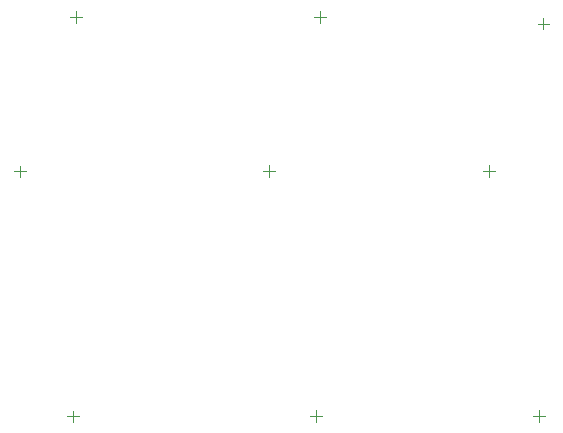
<source format=gbr>
G04 #@! TF.GenerationSoftware,KiCad,Pcbnew,(6.0.4-0)*
G04 #@! TF.CreationDate,2022-07-08T14:42:33+02:00*
G04 #@! TF.ProjectId,adapter_hybrid_assistor_hpc_3HDMI,61646170-7465-4725-9f68-79627269645f,rev?*
G04 #@! TF.SameCoordinates,Original*
G04 #@! TF.FileFunction,OtherDrawing,Comment*
%FSLAX46Y46*%
G04 Gerber Fmt 4.6, Leading zero omitted, Abs format (unit mm)*
G04 Created by KiCad (PCBNEW (6.0.4-0)) date 2022-07-08 14:42:33*
%MOMM*%
%LPD*%
G01*
G04 APERTURE LIST*
%ADD10C,0.050000*%
G04 APERTURE END LIST*
D10*
X119240000Y-138280000D02*
X118240000Y-138280000D01*
X118740000Y-138780000D02*
X118740000Y-137780000D01*
X158950000Y-138230000D02*
X157950000Y-138230000D01*
X158450000Y-138730000D02*
X158450000Y-137730000D01*
X140330000Y-138230000D02*
X139330000Y-138230000D01*
X139830000Y-138730000D02*
X139830000Y-137730000D01*
X123990000Y-125180000D02*
X122990000Y-125180000D01*
X123490000Y-124680000D02*
X123490000Y-125680000D01*
X144640000Y-125200000D02*
X143640000Y-125200000D01*
X144140000Y-124700000D02*
X144140000Y-125700000D01*
X163590000Y-125760000D02*
X162590000Y-125760000D01*
X163090000Y-125260000D02*
X163090000Y-126260000D01*
X163200000Y-159010000D02*
X162200000Y-159010000D01*
X162700000Y-158510000D02*
X162700000Y-159510000D01*
X123730000Y-159030000D02*
X122730000Y-159030000D01*
X123230000Y-158530000D02*
X123230000Y-159530000D01*
X144300000Y-159010000D02*
X143300000Y-159010000D01*
X143800000Y-158510000D02*
X143800000Y-159510000D01*
M02*

</source>
